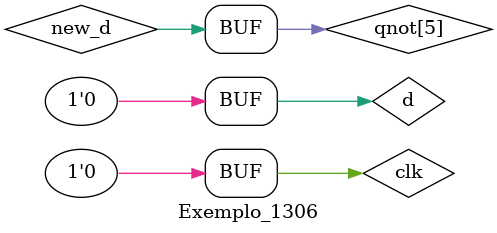
<source format=v>
/*
 Exemplo_1306.v - v0.0. - 05 / 11 / 2022
 Autor    : Gabriel Vargas Bento de Souza
 Matricula: 778023
 */

`include "FlipFlops.v"

/**
  Main
 */
module Exemplo_1306;
   wire q[5:0];       // q
   wire qnot[5:0];    // qnot
   reg  d;            // d (input)
   wire new_d;        // d       
   reg  clk;          // clock
   
   // instancias
   or  OR_1 (new_d, d, qnot[5]);

   dff D_1  (q[5], qnot[5], new_d, clk);
   dff D_2  (q[4], qnot[4], q[5],  clk);
   dff D_3  (q[3], qnot[3], q[4],  clk);
   dff D_4  (q[2], qnot[2], q[3],  clk);
   dff D_5  (q[1], qnot[1], q[2],  clk);
   dff D_6  (q[0], qnot[0], q[1],  clk);

   
   // valores iniciais
   initial begin: start
      d     = 1'bx;
      clk   = 1'b0;
   end

   // parte principal
   initial begin: main
       $display("Gabriel Vargas Bento de Souza - 778023");
       $display("Exemplo_1306\n");
       $display("Ring Counter - 6 bits\n");

       // monitoramento
       $display(" input a b c d e f");
       $monitor("   %b   %b %b %b %b %b %b", 
                 d, q[5], q[4], q[3], q[2], q[1], q[0]);

       // sinalizacao
       #1  clk = ~clk; clk = ~clk; d = 1'b1;
       #1  clk = ~clk; clk = ~clk; d = 1'b0;
       #1  clk = ~clk; clk = ~clk; d = 1'b1;
       #1  clk = ~clk; clk = ~clk; d = 1'b1;
       #1  clk = ~clk; clk = ~clk; d = 1'b0;
       #1  clk = ~clk; clk = ~clk; d = 1'b0;
       #1  clk = ~clk; clk = ~clk; d = 1'b1;
       #1  clk = ~clk; clk = ~clk; d = 1'b1;
       #1  clk = ~clk; clk = ~clk; d = 1'b0;
       #1  clk = ~clk; clk = ~clk; d = 1'b0;
       #1  clk = ~clk; clk = ~clk; d = 1'b0;
       #1  clk = ~clk; clk = ~clk; d = 1'b0;
       #1  clk = ~clk; clk = ~clk; d = 1'b0;
       #1  clk = ~clk; clk = ~clk; d = 1'b0;
   end
endmodule // Exemplo_1306

/*
gabriel@desktop-ubuntu:~/Desktop/CC-PUC/2periodo/ARQ1/Tarefas/Guia13$ vvp Exemplo_1306.vvp
Gabriel Vargas Bento de Souza - 778023
Exemplo_1306

Ring Counter - 6 bits

 input a b c d e f
   x   x x x x x x
   1   x x x x x x
   0   1 x x x x x
   1   0 1 x x x x
   1   1 0 1 x x x
   0   1 1 0 1 x x
   0   0 1 1 0 1 x
   1   1 0 1 1 0 1
   1   1 1 0 1 1 0
   0   1 1 1 0 1 1
   0   0 1 1 1 0 1
   0   1 0 1 1 1 0
   0   0 1 0 1 1 1
   0   1 0 1 0 1 1
   0   0 1 0 1 0 1

*/
</source>
